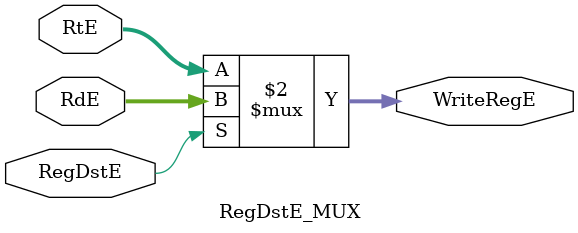
<source format=v>
`timescale 1ns / 1ps
module RegDstE_MUX(
    input [4:0]RtE,
	 input [4:0]RdE,
	 input RegDstE,
	 output [4:0]WriteRegE
    );
 
  assign WriteRegE = (~RegDstE)?RtE:RdE;

endmodule


</source>
